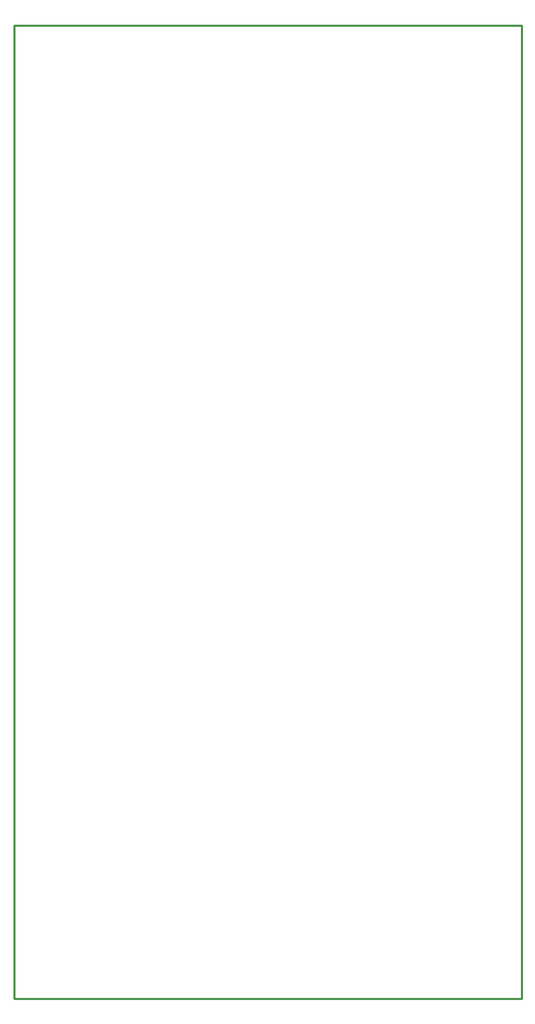
<source format=gko>
G04 Layer: BoardOutline*
G04 EasyEDA v6.4.17, 2021-03-30T20:59:40--4:00*
G04 9c89494b3ddf4ec7811cb6ad7e81a00b,7d3a50bdc1ce4050a4f63d2f8b141863,10*
G04 Gerber Generator version 0.2*
G04 Scale: 100 percent, Rotated: No, Reflected: No *
G04 Dimensions in inches *
G04 leading zeros omitted , absolute positions ,3 integer and 6 decimal *
%FSLAX36Y36*%
%MOIN*%

%ADD10C,0.0100*%
D10*
X0Y3900000D02*
G01*
X2000000Y3900000D01*
X2000000Y-700000D01*
X-400000Y-700000D01*
X-400000Y3900000D01*
X0Y3900000D01*

%LPD*%
M02*

</source>
